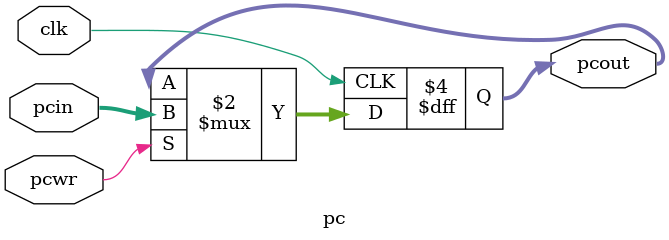
<source format=v>
module pc(clk, pcwr, pcin, pcout);
  
  input clk, pcwr;
  input [31:0] pcin;
  output reg [31:0] pcout;
  
  always@(posedge clk)
  begin
    if(pcwr)
      begin
        pcout <= pcin;
      end
  end

endmodule  

</source>
